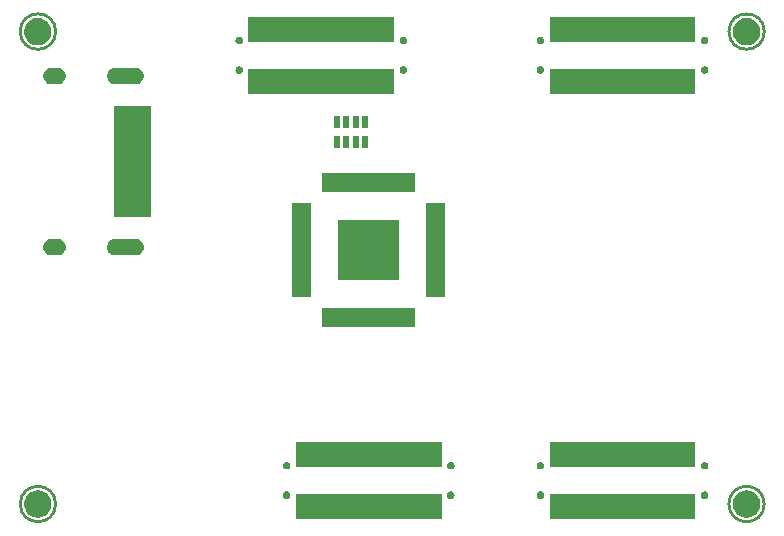
<source format=gbr>
G04 #@! TF.GenerationSoftware,KiCad,Pcbnew,(5.1.2-1)-1*
G04 #@! TF.CreationDate,2020-04-01T22:22:55+05:30*
G04 #@! TF.ProjectId,Alchitry_HDMI_Shield,416c6368-6974-4727-995f-48444d495f53,rev?*
G04 #@! TF.SameCoordinates,Original*
G04 #@! TF.FileFunction,Soldermask,Top*
G04 #@! TF.FilePolarity,Negative*
%FSLAX46Y46*%
G04 Gerber Fmt 4.6, Leading zero omitted, Abs format (unit mm)*
G04 Created by KiCad (PCBNEW (5.1.2-1)-1) date 2020-04-01 22:22:55*
%MOMM*%
%LPD*%
G04 APERTURE LIST*
%ADD10C,0.254000*%
%ADD11C,0.100000*%
G04 APERTURE END LIST*
D10*
X16000000Y-54500000D02*
G75*
G03X16000000Y-54500000I-1500000J0D01*
G01*
X76000000Y-54500000D02*
G75*
G03X76000000Y-54500000I-1500000J0D01*
G01*
X76000000Y-14500000D02*
G75*
G03X76000000Y-14500000I-1500000J0D01*
G01*
X16000000Y-14500000D02*
G75*
G03X16000000Y-14500000I-1500000J0D01*
G01*
D11*
G36*
X70176000Y-55751000D02*
G01*
X57824000Y-55751000D01*
X57824000Y-53649000D01*
X70176000Y-53649000D01*
X70176000Y-55751000D01*
X70176000Y-55751000D01*
G37*
G36*
X48676000Y-55751000D02*
G01*
X36324000Y-55751000D01*
X36324000Y-53649000D01*
X48676000Y-53649000D01*
X48676000Y-55751000D01*
X48676000Y-55751000D01*
G37*
G36*
X74724549Y-53371116D02*
G01*
X74835734Y-53393232D01*
X75045203Y-53479997D01*
X75233720Y-53605960D01*
X75394040Y-53766280D01*
X75486342Y-53904420D01*
X75520004Y-53954799D01*
X75540062Y-54003223D01*
X75606768Y-54164266D01*
X75651000Y-54386636D01*
X75651000Y-54613364D01*
X75606768Y-54835734D01*
X75520003Y-55045203D01*
X75394040Y-55233720D01*
X75233720Y-55394040D01*
X75045203Y-55520003D01*
X74835734Y-55606768D01*
X74724549Y-55628884D01*
X74613365Y-55651000D01*
X74386635Y-55651000D01*
X74275451Y-55628884D01*
X74164266Y-55606768D01*
X73954797Y-55520003D01*
X73766280Y-55394040D01*
X73605960Y-55233720D01*
X73479997Y-55045203D01*
X73393232Y-54835734D01*
X73349000Y-54613364D01*
X73349000Y-54386636D01*
X73393232Y-54164266D01*
X73459938Y-54003223D01*
X73479996Y-53954799D01*
X73513658Y-53904420D01*
X73605960Y-53766280D01*
X73766280Y-53605960D01*
X73954797Y-53479997D01*
X74164266Y-53393232D01*
X74275451Y-53371116D01*
X74386635Y-53349000D01*
X74613365Y-53349000D01*
X74724549Y-53371116D01*
X74724549Y-53371116D01*
G37*
G36*
X14724549Y-53371116D02*
G01*
X14835734Y-53393232D01*
X15045203Y-53479997D01*
X15233720Y-53605960D01*
X15394040Y-53766280D01*
X15486342Y-53904420D01*
X15520004Y-53954799D01*
X15540062Y-54003223D01*
X15606768Y-54164266D01*
X15651000Y-54386636D01*
X15651000Y-54613364D01*
X15606768Y-54835734D01*
X15520003Y-55045203D01*
X15394040Y-55233720D01*
X15233720Y-55394040D01*
X15045203Y-55520003D01*
X14835734Y-55606768D01*
X14724549Y-55628884D01*
X14613365Y-55651000D01*
X14386635Y-55651000D01*
X14275451Y-55628884D01*
X14164266Y-55606768D01*
X13954797Y-55520003D01*
X13766280Y-55394040D01*
X13605960Y-55233720D01*
X13479997Y-55045203D01*
X13393232Y-54835734D01*
X13349000Y-54613364D01*
X13349000Y-54386636D01*
X13393232Y-54164266D01*
X13459938Y-54003223D01*
X13479996Y-53954799D01*
X13513658Y-53904420D01*
X13605960Y-53766280D01*
X13766280Y-53605960D01*
X13954797Y-53479997D01*
X14164266Y-53393232D01*
X14275451Y-53371116D01*
X14386635Y-53349000D01*
X14613365Y-53349000D01*
X14724549Y-53371116D01*
X14724549Y-53371116D01*
G37*
G36*
X35645091Y-53436528D02*
G01*
X35704420Y-53461103D01*
X35757810Y-53496777D01*
X35803223Y-53542190D01*
X35838897Y-53595580D01*
X35863472Y-53654909D01*
X35876000Y-53717892D01*
X35876000Y-53782108D01*
X35863472Y-53845091D01*
X35838897Y-53904420D01*
X35803223Y-53957810D01*
X35757810Y-54003223D01*
X35704420Y-54038897D01*
X35645091Y-54063472D01*
X35582108Y-54076000D01*
X35517892Y-54076000D01*
X35454909Y-54063472D01*
X35395580Y-54038897D01*
X35342190Y-54003223D01*
X35296777Y-53957810D01*
X35261103Y-53904420D01*
X35236528Y-53845091D01*
X35224000Y-53782108D01*
X35224000Y-53717892D01*
X35236528Y-53654909D01*
X35261103Y-53595580D01*
X35296777Y-53542190D01*
X35342190Y-53496777D01*
X35395580Y-53461103D01*
X35454909Y-53436528D01*
X35517892Y-53424000D01*
X35582108Y-53424000D01*
X35645091Y-53436528D01*
X35645091Y-53436528D01*
G37*
G36*
X49545091Y-53436528D02*
G01*
X49604420Y-53461103D01*
X49657810Y-53496777D01*
X49703223Y-53542190D01*
X49738897Y-53595580D01*
X49763472Y-53654909D01*
X49776000Y-53717892D01*
X49776000Y-53782108D01*
X49763472Y-53845091D01*
X49738897Y-53904420D01*
X49703223Y-53957810D01*
X49657810Y-54003223D01*
X49604420Y-54038897D01*
X49545091Y-54063472D01*
X49482108Y-54076000D01*
X49417892Y-54076000D01*
X49354909Y-54063472D01*
X49295580Y-54038897D01*
X49242190Y-54003223D01*
X49196777Y-53957810D01*
X49161103Y-53904420D01*
X49136528Y-53845091D01*
X49124000Y-53782108D01*
X49124000Y-53717892D01*
X49136528Y-53654909D01*
X49161103Y-53595580D01*
X49196777Y-53542190D01*
X49242190Y-53496777D01*
X49295580Y-53461103D01*
X49354909Y-53436528D01*
X49417892Y-53424000D01*
X49482108Y-53424000D01*
X49545091Y-53436528D01*
X49545091Y-53436528D01*
G37*
G36*
X57145091Y-53436528D02*
G01*
X57204420Y-53461103D01*
X57257810Y-53496777D01*
X57303223Y-53542190D01*
X57338897Y-53595580D01*
X57363472Y-53654909D01*
X57376000Y-53717892D01*
X57376000Y-53782108D01*
X57363472Y-53845091D01*
X57338897Y-53904420D01*
X57303223Y-53957810D01*
X57257810Y-54003223D01*
X57204420Y-54038897D01*
X57145091Y-54063472D01*
X57082108Y-54076000D01*
X57017892Y-54076000D01*
X56954909Y-54063472D01*
X56895580Y-54038897D01*
X56842190Y-54003223D01*
X56796777Y-53957810D01*
X56761103Y-53904420D01*
X56736528Y-53845091D01*
X56724000Y-53782108D01*
X56724000Y-53717892D01*
X56736528Y-53654909D01*
X56761103Y-53595580D01*
X56796777Y-53542190D01*
X56842190Y-53496777D01*
X56895580Y-53461103D01*
X56954909Y-53436528D01*
X57017892Y-53424000D01*
X57082108Y-53424000D01*
X57145091Y-53436528D01*
X57145091Y-53436528D01*
G37*
G36*
X71045091Y-53436528D02*
G01*
X71104420Y-53461103D01*
X71157810Y-53496777D01*
X71203223Y-53542190D01*
X71238897Y-53595580D01*
X71263472Y-53654909D01*
X71276000Y-53717892D01*
X71276000Y-53782108D01*
X71263472Y-53845091D01*
X71238897Y-53904420D01*
X71203223Y-53957810D01*
X71157810Y-54003223D01*
X71104420Y-54038897D01*
X71045091Y-54063472D01*
X70982108Y-54076000D01*
X70917892Y-54076000D01*
X70854909Y-54063472D01*
X70795580Y-54038897D01*
X70742190Y-54003223D01*
X70696777Y-53957810D01*
X70661103Y-53904420D01*
X70636528Y-53845091D01*
X70624000Y-53782108D01*
X70624000Y-53717892D01*
X70636528Y-53654909D01*
X70661103Y-53595580D01*
X70696777Y-53542190D01*
X70742190Y-53496777D01*
X70795580Y-53461103D01*
X70854909Y-53436528D01*
X70917892Y-53424000D01*
X70982108Y-53424000D01*
X71045091Y-53436528D01*
X71045091Y-53436528D01*
G37*
G36*
X35645091Y-50936528D02*
G01*
X35704420Y-50961103D01*
X35757810Y-50996777D01*
X35803223Y-51042190D01*
X35838897Y-51095580D01*
X35863472Y-51154909D01*
X35876000Y-51217892D01*
X35876000Y-51282108D01*
X35863472Y-51345091D01*
X35838897Y-51404420D01*
X35803223Y-51457810D01*
X35757810Y-51503223D01*
X35704420Y-51538897D01*
X35645091Y-51563472D01*
X35582108Y-51576000D01*
X35517892Y-51576000D01*
X35454909Y-51563472D01*
X35395580Y-51538897D01*
X35342190Y-51503223D01*
X35296777Y-51457810D01*
X35261103Y-51404420D01*
X35236528Y-51345091D01*
X35224000Y-51282108D01*
X35224000Y-51217892D01*
X35236528Y-51154909D01*
X35261103Y-51095580D01*
X35296777Y-51042190D01*
X35342190Y-50996777D01*
X35395580Y-50961103D01*
X35454909Y-50936528D01*
X35517892Y-50924000D01*
X35582108Y-50924000D01*
X35645091Y-50936528D01*
X35645091Y-50936528D01*
G37*
G36*
X49545091Y-50936528D02*
G01*
X49604420Y-50961103D01*
X49657810Y-50996777D01*
X49703223Y-51042190D01*
X49738897Y-51095580D01*
X49763472Y-51154909D01*
X49776000Y-51217892D01*
X49776000Y-51282108D01*
X49763472Y-51345091D01*
X49738897Y-51404420D01*
X49703223Y-51457810D01*
X49657810Y-51503223D01*
X49604420Y-51538897D01*
X49545091Y-51563472D01*
X49482108Y-51576000D01*
X49417892Y-51576000D01*
X49354909Y-51563472D01*
X49295580Y-51538897D01*
X49242190Y-51503223D01*
X49196777Y-51457810D01*
X49161103Y-51404420D01*
X49136528Y-51345091D01*
X49124000Y-51282108D01*
X49124000Y-51217892D01*
X49136528Y-51154909D01*
X49161103Y-51095580D01*
X49196777Y-51042190D01*
X49242190Y-50996777D01*
X49295580Y-50961103D01*
X49354909Y-50936528D01*
X49417892Y-50924000D01*
X49482108Y-50924000D01*
X49545091Y-50936528D01*
X49545091Y-50936528D01*
G37*
G36*
X71045091Y-50936528D02*
G01*
X71104420Y-50961103D01*
X71157810Y-50996777D01*
X71203223Y-51042190D01*
X71238897Y-51095580D01*
X71263472Y-51154909D01*
X71276000Y-51217892D01*
X71276000Y-51282108D01*
X71263472Y-51345091D01*
X71238897Y-51404420D01*
X71203223Y-51457810D01*
X71157810Y-51503223D01*
X71104420Y-51538897D01*
X71045091Y-51563472D01*
X70982108Y-51576000D01*
X70917892Y-51576000D01*
X70854909Y-51563472D01*
X70795580Y-51538897D01*
X70742190Y-51503223D01*
X70696777Y-51457810D01*
X70661103Y-51404420D01*
X70636528Y-51345091D01*
X70624000Y-51282108D01*
X70624000Y-51217892D01*
X70636528Y-51154909D01*
X70661103Y-51095580D01*
X70696777Y-51042190D01*
X70742190Y-50996777D01*
X70795580Y-50961103D01*
X70854909Y-50936528D01*
X70917892Y-50924000D01*
X70982108Y-50924000D01*
X71045091Y-50936528D01*
X71045091Y-50936528D01*
G37*
G36*
X57145091Y-50936528D02*
G01*
X57204420Y-50961103D01*
X57257810Y-50996777D01*
X57303223Y-51042190D01*
X57338897Y-51095580D01*
X57363472Y-51154909D01*
X57376000Y-51217892D01*
X57376000Y-51282108D01*
X57363472Y-51345091D01*
X57338897Y-51404420D01*
X57303223Y-51457810D01*
X57257810Y-51503223D01*
X57204420Y-51538897D01*
X57145091Y-51563472D01*
X57082108Y-51576000D01*
X57017892Y-51576000D01*
X56954909Y-51563472D01*
X56895580Y-51538897D01*
X56842190Y-51503223D01*
X56796777Y-51457810D01*
X56761103Y-51404420D01*
X56736528Y-51345091D01*
X56724000Y-51282108D01*
X56724000Y-51217892D01*
X56736528Y-51154909D01*
X56761103Y-51095580D01*
X56796777Y-51042190D01*
X56842190Y-50996777D01*
X56895580Y-50961103D01*
X56954909Y-50936528D01*
X57017892Y-50924000D01*
X57082108Y-50924000D01*
X57145091Y-50936528D01*
X57145091Y-50936528D01*
G37*
G36*
X48676000Y-51351000D02*
G01*
X36324000Y-51351000D01*
X36324000Y-49249000D01*
X48676000Y-49249000D01*
X48676000Y-51351000D01*
X48676000Y-51351000D01*
G37*
G36*
X70176000Y-51351000D02*
G01*
X57824000Y-51351000D01*
X57824000Y-49249000D01*
X70176000Y-49249000D01*
X70176000Y-51351000D01*
X70176000Y-51351000D01*
G37*
G36*
X46451000Y-39501000D02*
G01*
X38549000Y-39501000D01*
X38549000Y-37899000D01*
X46451000Y-37899000D01*
X46451000Y-39501000D01*
X46451000Y-39501000D01*
G37*
G36*
X37601000Y-36951000D02*
G01*
X35999000Y-36951000D01*
X35999000Y-29049000D01*
X37601000Y-29049000D01*
X37601000Y-36951000D01*
X37601000Y-36951000D01*
G37*
G36*
X49001000Y-36951000D02*
G01*
X47399000Y-36951000D01*
X47399000Y-29049000D01*
X49001000Y-29049000D01*
X49001000Y-36951000D01*
X49001000Y-36951000D01*
G37*
G36*
X45051000Y-35551000D02*
G01*
X39949000Y-35551000D01*
X39949000Y-30449000D01*
X45051000Y-30449000D01*
X45051000Y-35551000D01*
X45051000Y-35551000D01*
G37*
G36*
X22887421Y-32059143D02*
G01*
X23019557Y-32099227D01*
X23019559Y-32099228D01*
X23141339Y-32164320D01*
X23248080Y-32251920D01*
X23335680Y-32358661D01*
X23400772Y-32480441D01*
X23400773Y-32480443D01*
X23440857Y-32612579D01*
X23454391Y-32750000D01*
X23440857Y-32887421D01*
X23400773Y-33019557D01*
X23400772Y-33019559D01*
X23335680Y-33141339D01*
X23248080Y-33248080D01*
X23141339Y-33335680D01*
X23019559Y-33400772D01*
X23019557Y-33400773D01*
X22887421Y-33440857D01*
X22784432Y-33451000D01*
X21015568Y-33451000D01*
X20912579Y-33440857D01*
X20780443Y-33400773D01*
X20780441Y-33400772D01*
X20658661Y-33335680D01*
X20551920Y-33248080D01*
X20464320Y-33141339D01*
X20399228Y-33019559D01*
X20399227Y-33019557D01*
X20359143Y-32887421D01*
X20345609Y-32750000D01*
X20359143Y-32612579D01*
X20399227Y-32480443D01*
X20399228Y-32480441D01*
X20464320Y-32358661D01*
X20551920Y-32251920D01*
X20658661Y-32164320D01*
X20780441Y-32099228D01*
X20780443Y-32099227D01*
X20912579Y-32059143D01*
X21015568Y-32049000D01*
X22784432Y-32049000D01*
X22887421Y-32059143D01*
X22887421Y-32059143D01*
G37*
G36*
X16287421Y-32059143D02*
G01*
X16419557Y-32099227D01*
X16419559Y-32099228D01*
X16541339Y-32164320D01*
X16648080Y-32251920D01*
X16735680Y-32358661D01*
X16800772Y-32480441D01*
X16800773Y-32480443D01*
X16840857Y-32612579D01*
X16854391Y-32750000D01*
X16840857Y-32887421D01*
X16800773Y-33019557D01*
X16800772Y-33019559D01*
X16735680Y-33141339D01*
X16648080Y-33248080D01*
X16541339Y-33335680D01*
X16419559Y-33400772D01*
X16419557Y-33400773D01*
X16287421Y-33440857D01*
X16184432Y-33451000D01*
X15615568Y-33451000D01*
X15512579Y-33440857D01*
X15380443Y-33400773D01*
X15380441Y-33400772D01*
X15258661Y-33335680D01*
X15151920Y-33248080D01*
X15064320Y-33141339D01*
X14999228Y-33019559D01*
X14999227Y-33019557D01*
X14959143Y-32887421D01*
X14945609Y-32750000D01*
X14959143Y-32612579D01*
X14999227Y-32480443D01*
X14999228Y-32480441D01*
X15064320Y-32358661D01*
X15151920Y-32251920D01*
X15258661Y-32164320D01*
X15380441Y-32099228D01*
X15380443Y-32099227D01*
X15512579Y-32059143D01*
X15615568Y-32049000D01*
X16184432Y-32049000D01*
X16287421Y-32059143D01*
X16287421Y-32059143D01*
G37*
G36*
X24051000Y-30201000D02*
G01*
X20949000Y-30201000D01*
X20949000Y-20799000D01*
X24051000Y-20799000D01*
X24051000Y-30201000D01*
X24051000Y-30201000D01*
G37*
G36*
X46451000Y-28101000D02*
G01*
X38549000Y-28101000D01*
X38549000Y-26499000D01*
X46451000Y-26499000D01*
X46451000Y-28101000D01*
X46451000Y-28101000D01*
G37*
G36*
X41651000Y-24351000D02*
G01*
X41149000Y-24351000D01*
X41149000Y-23349000D01*
X41651000Y-23349000D01*
X41651000Y-24351000D01*
X41651000Y-24351000D01*
G37*
G36*
X40851000Y-24351000D02*
G01*
X40349000Y-24351000D01*
X40349000Y-23349000D01*
X40851000Y-23349000D01*
X40851000Y-24351000D01*
X40851000Y-24351000D01*
G37*
G36*
X40051000Y-24351000D02*
G01*
X39549000Y-24351000D01*
X39549000Y-23349000D01*
X40051000Y-23349000D01*
X40051000Y-24351000D01*
X40051000Y-24351000D01*
G37*
G36*
X42451000Y-24351000D02*
G01*
X41949000Y-24351000D01*
X41949000Y-23349000D01*
X42451000Y-23349000D01*
X42451000Y-24351000D01*
X42451000Y-24351000D01*
G37*
G36*
X40851000Y-22651000D02*
G01*
X40349000Y-22651000D01*
X40349000Y-21649000D01*
X40851000Y-21649000D01*
X40851000Y-22651000D01*
X40851000Y-22651000D01*
G37*
G36*
X41651000Y-22651000D02*
G01*
X41149000Y-22651000D01*
X41149000Y-21649000D01*
X41651000Y-21649000D01*
X41651000Y-22651000D01*
X41651000Y-22651000D01*
G37*
G36*
X42451000Y-22651000D02*
G01*
X41949000Y-22651000D01*
X41949000Y-21649000D01*
X42451000Y-21649000D01*
X42451000Y-22651000D01*
X42451000Y-22651000D01*
G37*
G36*
X40051000Y-22651000D02*
G01*
X39549000Y-22651000D01*
X39549000Y-21649000D01*
X40051000Y-21649000D01*
X40051000Y-22651000D01*
X40051000Y-22651000D01*
G37*
G36*
X44676000Y-19751000D02*
G01*
X32324000Y-19751000D01*
X32324000Y-17649000D01*
X44676000Y-17649000D01*
X44676000Y-19751000D01*
X44676000Y-19751000D01*
G37*
G36*
X70176000Y-19751000D02*
G01*
X57824000Y-19751000D01*
X57824000Y-17649000D01*
X70176000Y-17649000D01*
X70176000Y-19751000D01*
X70176000Y-19751000D01*
G37*
G36*
X16287421Y-17559143D02*
G01*
X16419557Y-17599227D01*
X16419559Y-17599228D01*
X16541339Y-17664320D01*
X16648080Y-17751920D01*
X16735680Y-17858661D01*
X16788677Y-17957813D01*
X16800773Y-17980443D01*
X16840857Y-18112579D01*
X16854391Y-18250000D01*
X16840857Y-18387421D01*
X16800773Y-18519557D01*
X16800772Y-18519559D01*
X16735680Y-18641339D01*
X16648080Y-18748080D01*
X16541339Y-18835680D01*
X16419559Y-18900772D01*
X16419557Y-18900773D01*
X16287421Y-18940857D01*
X16184432Y-18951000D01*
X15615568Y-18951000D01*
X15512579Y-18940857D01*
X15380443Y-18900773D01*
X15380441Y-18900772D01*
X15258661Y-18835680D01*
X15151920Y-18748080D01*
X15064320Y-18641339D01*
X14999228Y-18519559D01*
X14999227Y-18519557D01*
X14959143Y-18387421D01*
X14945609Y-18250000D01*
X14959143Y-18112579D01*
X14999227Y-17980443D01*
X15011323Y-17957813D01*
X15064320Y-17858661D01*
X15151920Y-17751920D01*
X15258661Y-17664320D01*
X15380441Y-17599228D01*
X15380443Y-17599227D01*
X15512579Y-17559143D01*
X15615568Y-17549000D01*
X16184432Y-17549000D01*
X16287421Y-17559143D01*
X16287421Y-17559143D01*
G37*
G36*
X22887421Y-17559143D02*
G01*
X23019557Y-17599227D01*
X23019559Y-17599228D01*
X23141339Y-17664320D01*
X23248080Y-17751920D01*
X23335680Y-17858661D01*
X23388677Y-17957813D01*
X23400773Y-17980443D01*
X23440857Y-18112579D01*
X23454391Y-18250000D01*
X23440857Y-18387421D01*
X23400773Y-18519557D01*
X23400772Y-18519559D01*
X23335680Y-18641339D01*
X23248080Y-18748080D01*
X23141339Y-18835680D01*
X23019559Y-18900772D01*
X23019557Y-18900773D01*
X22887421Y-18940857D01*
X22784432Y-18951000D01*
X21015568Y-18951000D01*
X20912579Y-18940857D01*
X20780443Y-18900773D01*
X20780441Y-18900772D01*
X20658661Y-18835680D01*
X20551920Y-18748080D01*
X20464320Y-18641339D01*
X20399228Y-18519559D01*
X20399227Y-18519557D01*
X20359143Y-18387421D01*
X20345609Y-18250000D01*
X20359143Y-18112579D01*
X20399227Y-17980443D01*
X20411323Y-17957813D01*
X20464320Y-17858661D01*
X20551920Y-17751920D01*
X20658661Y-17664320D01*
X20780441Y-17599228D01*
X20780443Y-17599227D01*
X20912579Y-17559143D01*
X21015568Y-17549000D01*
X22784432Y-17549000D01*
X22887421Y-17559143D01*
X22887421Y-17559143D01*
G37*
G36*
X71045091Y-17436528D02*
G01*
X71104420Y-17461103D01*
X71157810Y-17496777D01*
X71203223Y-17542190D01*
X71238897Y-17595580D01*
X71263472Y-17654909D01*
X71276000Y-17717892D01*
X71276000Y-17782108D01*
X71263472Y-17845091D01*
X71238897Y-17904420D01*
X71203223Y-17957810D01*
X71157810Y-18003223D01*
X71104420Y-18038897D01*
X71045091Y-18063472D01*
X70982108Y-18076000D01*
X70917892Y-18076000D01*
X70854909Y-18063472D01*
X70795580Y-18038897D01*
X70742190Y-18003223D01*
X70696777Y-17957810D01*
X70661103Y-17904420D01*
X70636528Y-17845091D01*
X70624000Y-17782108D01*
X70624000Y-17717892D01*
X70636528Y-17654909D01*
X70661103Y-17595580D01*
X70696777Y-17542190D01*
X70742190Y-17496777D01*
X70795580Y-17461103D01*
X70854909Y-17436528D01*
X70917892Y-17424000D01*
X70982108Y-17424000D01*
X71045091Y-17436528D01*
X71045091Y-17436528D01*
G37*
G36*
X31645091Y-17436528D02*
G01*
X31704420Y-17461103D01*
X31757810Y-17496777D01*
X31803223Y-17542190D01*
X31838897Y-17595580D01*
X31863472Y-17654909D01*
X31876000Y-17717892D01*
X31876000Y-17782108D01*
X31863472Y-17845091D01*
X31838897Y-17904420D01*
X31803223Y-17957810D01*
X31757810Y-18003223D01*
X31704420Y-18038897D01*
X31645091Y-18063472D01*
X31582108Y-18076000D01*
X31517892Y-18076000D01*
X31454909Y-18063472D01*
X31395580Y-18038897D01*
X31342190Y-18003223D01*
X31296777Y-17957810D01*
X31261103Y-17904420D01*
X31236528Y-17845091D01*
X31224000Y-17782108D01*
X31224000Y-17717892D01*
X31236528Y-17654909D01*
X31261103Y-17595580D01*
X31296777Y-17542190D01*
X31342190Y-17496777D01*
X31395580Y-17461103D01*
X31454909Y-17436528D01*
X31517892Y-17424000D01*
X31582108Y-17424000D01*
X31645091Y-17436528D01*
X31645091Y-17436528D01*
G37*
G36*
X45545091Y-17436528D02*
G01*
X45604420Y-17461103D01*
X45657810Y-17496777D01*
X45703223Y-17542190D01*
X45738897Y-17595580D01*
X45763472Y-17654909D01*
X45776000Y-17717892D01*
X45776000Y-17782108D01*
X45763472Y-17845091D01*
X45738897Y-17904420D01*
X45703223Y-17957810D01*
X45657810Y-18003223D01*
X45604420Y-18038897D01*
X45545091Y-18063472D01*
X45482108Y-18076000D01*
X45417892Y-18076000D01*
X45354909Y-18063472D01*
X45295580Y-18038897D01*
X45242190Y-18003223D01*
X45196777Y-17957810D01*
X45161103Y-17904420D01*
X45136528Y-17845091D01*
X45124000Y-17782108D01*
X45124000Y-17717892D01*
X45136528Y-17654909D01*
X45161103Y-17595580D01*
X45196777Y-17542190D01*
X45242190Y-17496777D01*
X45295580Y-17461103D01*
X45354909Y-17436528D01*
X45417892Y-17424000D01*
X45482108Y-17424000D01*
X45545091Y-17436528D01*
X45545091Y-17436528D01*
G37*
G36*
X57145091Y-17436528D02*
G01*
X57204420Y-17461103D01*
X57257810Y-17496777D01*
X57303223Y-17542190D01*
X57338897Y-17595580D01*
X57363472Y-17654909D01*
X57376000Y-17717892D01*
X57376000Y-17782108D01*
X57363472Y-17845091D01*
X57338897Y-17904420D01*
X57303223Y-17957810D01*
X57257810Y-18003223D01*
X57204420Y-18038897D01*
X57145091Y-18063472D01*
X57082108Y-18076000D01*
X57017892Y-18076000D01*
X56954909Y-18063472D01*
X56895580Y-18038897D01*
X56842190Y-18003223D01*
X56796777Y-17957810D01*
X56761103Y-17904420D01*
X56736528Y-17845091D01*
X56724000Y-17782108D01*
X56724000Y-17717892D01*
X56736528Y-17654909D01*
X56761103Y-17595580D01*
X56796777Y-17542190D01*
X56842190Y-17496777D01*
X56895580Y-17461103D01*
X56954909Y-17436528D01*
X57017892Y-17424000D01*
X57082108Y-17424000D01*
X57145091Y-17436528D01*
X57145091Y-17436528D01*
G37*
G36*
X74724549Y-13371116D02*
G01*
X74835734Y-13393232D01*
X75045203Y-13479997D01*
X75233720Y-13605960D01*
X75394040Y-13766280D01*
X75520003Y-13954797D01*
X75520004Y-13954799D01*
X75606768Y-14164267D01*
X75651000Y-14386635D01*
X75651000Y-14613365D01*
X75606768Y-14835733D01*
X75540061Y-14996780D01*
X75520003Y-15045203D01*
X75394040Y-15233720D01*
X75233720Y-15394040D01*
X75045203Y-15520003D01*
X74835734Y-15606768D01*
X74724549Y-15628884D01*
X74613365Y-15651000D01*
X74386635Y-15651000D01*
X74275451Y-15628884D01*
X74164266Y-15606768D01*
X73954797Y-15520003D01*
X73766280Y-15394040D01*
X73605960Y-15233720D01*
X73479997Y-15045203D01*
X73459940Y-14996780D01*
X73393232Y-14835733D01*
X73349000Y-14613365D01*
X73349000Y-14386635D01*
X73393232Y-14164267D01*
X73479996Y-13954799D01*
X73479997Y-13954797D01*
X73605960Y-13766280D01*
X73766280Y-13605960D01*
X73954797Y-13479997D01*
X74164266Y-13393232D01*
X74275451Y-13371116D01*
X74386635Y-13349000D01*
X74613365Y-13349000D01*
X74724549Y-13371116D01*
X74724549Y-13371116D01*
G37*
G36*
X14724549Y-13371116D02*
G01*
X14835734Y-13393232D01*
X15045203Y-13479997D01*
X15233720Y-13605960D01*
X15394040Y-13766280D01*
X15520003Y-13954797D01*
X15520004Y-13954799D01*
X15606768Y-14164267D01*
X15651000Y-14386635D01*
X15651000Y-14613365D01*
X15606768Y-14835733D01*
X15540061Y-14996780D01*
X15520003Y-15045203D01*
X15394040Y-15233720D01*
X15233720Y-15394040D01*
X15045203Y-15520003D01*
X14835734Y-15606768D01*
X14724549Y-15628884D01*
X14613365Y-15651000D01*
X14386635Y-15651000D01*
X14275451Y-15628884D01*
X14164266Y-15606768D01*
X13954797Y-15520003D01*
X13766280Y-15394040D01*
X13605960Y-15233720D01*
X13479997Y-15045203D01*
X13459940Y-14996780D01*
X13393232Y-14835733D01*
X13349000Y-14613365D01*
X13349000Y-14386635D01*
X13393232Y-14164267D01*
X13479996Y-13954799D01*
X13479997Y-13954797D01*
X13605960Y-13766280D01*
X13766280Y-13605960D01*
X13954797Y-13479997D01*
X14164266Y-13393232D01*
X14275451Y-13371116D01*
X14386635Y-13349000D01*
X14613365Y-13349000D01*
X14724549Y-13371116D01*
X14724549Y-13371116D01*
G37*
G36*
X31645091Y-14936528D02*
G01*
X31704420Y-14961103D01*
X31757810Y-14996777D01*
X31803223Y-15042190D01*
X31838897Y-15095580D01*
X31863472Y-15154909D01*
X31876000Y-15217892D01*
X31876000Y-15282108D01*
X31863472Y-15345091D01*
X31838897Y-15404420D01*
X31803223Y-15457810D01*
X31757810Y-15503223D01*
X31704420Y-15538897D01*
X31645091Y-15563472D01*
X31582108Y-15576000D01*
X31517892Y-15576000D01*
X31454909Y-15563472D01*
X31395580Y-15538897D01*
X31342190Y-15503223D01*
X31296777Y-15457810D01*
X31261103Y-15404420D01*
X31236528Y-15345091D01*
X31224000Y-15282108D01*
X31224000Y-15217892D01*
X31236528Y-15154909D01*
X31261103Y-15095580D01*
X31296777Y-15042190D01*
X31342190Y-14996777D01*
X31395580Y-14961103D01*
X31454909Y-14936528D01*
X31517892Y-14924000D01*
X31582108Y-14924000D01*
X31645091Y-14936528D01*
X31645091Y-14936528D01*
G37*
G36*
X45545091Y-14936528D02*
G01*
X45604420Y-14961103D01*
X45657810Y-14996777D01*
X45703223Y-15042190D01*
X45738897Y-15095580D01*
X45763472Y-15154909D01*
X45776000Y-15217892D01*
X45776000Y-15282108D01*
X45763472Y-15345091D01*
X45738897Y-15404420D01*
X45703223Y-15457810D01*
X45657810Y-15503223D01*
X45604420Y-15538897D01*
X45545091Y-15563472D01*
X45482108Y-15576000D01*
X45417892Y-15576000D01*
X45354909Y-15563472D01*
X45295580Y-15538897D01*
X45242190Y-15503223D01*
X45196777Y-15457810D01*
X45161103Y-15404420D01*
X45136528Y-15345091D01*
X45124000Y-15282108D01*
X45124000Y-15217892D01*
X45136528Y-15154909D01*
X45161103Y-15095580D01*
X45196777Y-15042190D01*
X45242190Y-14996777D01*
X45295580Y-14961103D01*
X45354909Y-14936528D01*
X45417892Y-14924000D01*
X45482108Y-14924000D01*
X45545091Y-14936528D01*
X45545091Y-14936528D01*
G37*
G36*
X71045091Y-14936528D02*
G01*
X71104420Y-14961103D01*
X71157810Y-14996777D01*
X71203223Y-15042190D01*
X71238897Y-15095580D01*
X71263472Y-15154909D01*
X71276000Y-15217892D01*
X71276000Y-15282108D01*
X71263472Y-15345091D01*
X71238897Y-15404420D01*
X71203223Y-15457810D01*
X71157810Y-15503223D01*
X71104420Y-15538897D01*
X71045091Y-15563472D01*
X70982108Y-15576000D01*
X70917892Y-15576000D01*
X70854909Y-15563472D01*
X70795580Y-15538897D01*
X70742190Y-15503223D01*
X70696777Y-15457810D01*
X70661103Y-15404420D01*
X70636528Y-15345091D01*
X70624000Y-15282108D01*
X70624000Y-15217892D01*
X70636528Y-15154909D01*
X70661103Y-15095580D01*
X70696777Y-15042190D01*
X70742190Y-14996777D01*
X70795580Y-14961103D01*
X70854909Y-14936528D01*
X70917892Y-14924000D01*
X70982108Y-14924000D01*
X71045091Y-14936528D01*
X71045091Y-14936528D01*
G37*
G36*
X57145091Y-14936528D02*
G01*
X57204420Y-14961103D01*
X57257810Y-14996777D01*
X57303223Y-15042190D01*
X57338897Y-15095580D01*
X57363472Y-15154909D01*
X57376000Y-15217892D01*
X57376000Y-15282108D01*
X57363472Y-15345091D01*
X57338897Y-15404420D01*
X57303223Y-15457810D01*
X57257810Y-15503223D01*
X57204420Y-15538897D01*
X57145091Y-15563472D01*
X57082108Y-15576000D01*
X57017892Y-15576000D01*
X56954909Y-15563472D01*
X56895580Y-15538897D01*
X56842190Y-15503223D01*
X56796777Y-15457810D01*
X56761103Y-15404420D01*
X56736528Y-15345091D01*
X56724000Y-15282108D01*
X56724000Y-15217892D01*
X56736528Y-15154909D01*
X56761103Y-15095580D01*
X56796777Y-15042190D01*
X56842190Y-14996777D01*
X56895580Y-14961103D01*
X56954909Y-14936528D01*
X57017892Y-14924000D01*
X57082108Y-14924000D01*
X57145091Y-14936528D01*
X57145091Y-14936528D01*
G37*
G36*
X70176000Y-15351000D02*
G01*
X57824000Y-15351000D01*
X57824000Y-13249000D01*
X70176000Y-13249000D01*
X70176000Y-15351000D01*
X70176000Y-15351000D01*
G37*
G36*
X44676000Y-15351000D02*
G01*
X32324000Y-15351000D01*
X32324000Y-13249000D01*
X44676000Y-13249000D01*
X44676000Y-15351000D01*
X44676000Y-15351000D01*
G37*
M02*

</source>
